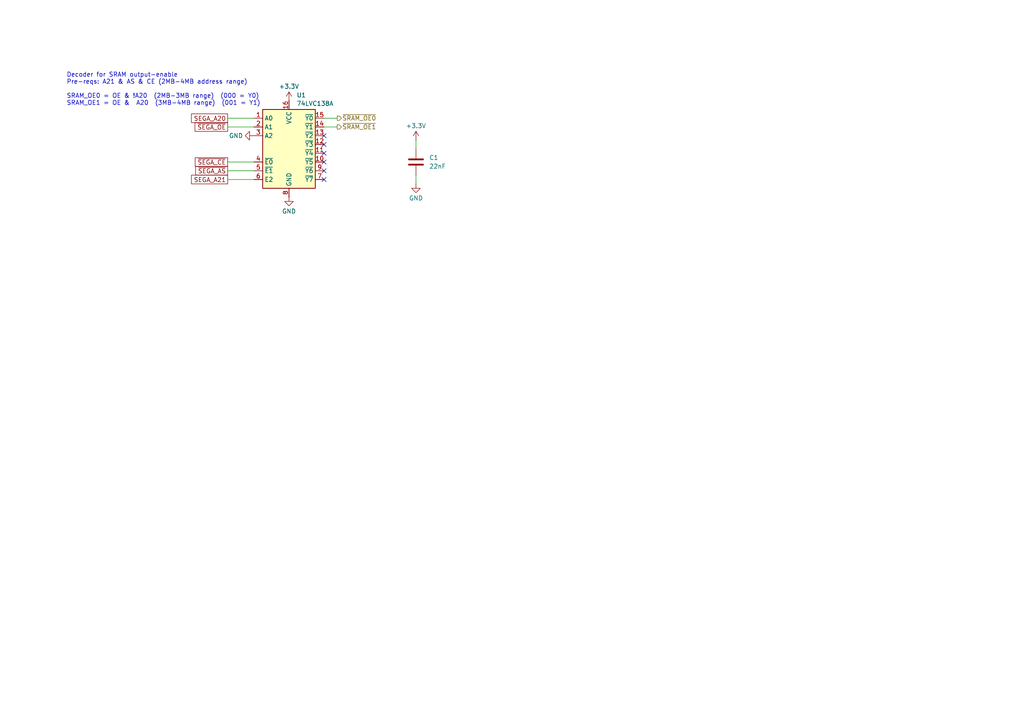
<source format=kicad_sch>
(kicad_sch (version 20250114) (generator "eeschema") (generator_version "9.0")
  (paper "A4")
  (title_block (title "Kinetoscope SRAM Bank Common Address Decoder"))
  (lib_symbols
    (symbol "74xx:74HC138"
      (property "Reference" "U" (at -7.62 13.97 0))
      (property "Value" "74HC138" (at 2.54 -11.43 0))
      (symbol "74HC138_0_1"
        (rectangle (start -7.62 12.7) (end 7.62 -10.16) (stroke (width 0.254)) (fill (type background)))
      )
      (symbol "74HC138_1_1"
        (pin input line (at -10.16 10.16 0) (length 2.54) (name "A0") (number "1"))
        (pin input line (at -10.16 7.62 0) (length 2.54) (name "A1") (number "2"))
        (pin input line (at -10.16 5.08 0) (length 2.54) (name "A2") (number "3"))
        (pin input line (at -10.16 -2.54 0) (length 2.54) (name "~{E0}") (number "4"))
        (pin input line (at -10.16 -5.08 0) (length 2.54) (name "~{E1}") (number "5"))
        (pin input line (at -10.16 -7.62 0) (length 2.54) (name "E2") (number "6"))
        (pin power_in line (at 0 15.24 270) (length 2.54) (name "VCC") (number "16"))
        (pin power_in line (at 0 -12.7 90) (length 2.54) (name "GND") (number "8"))
        (pin output line (at 10.16 10.16 180) (length 2.54) (name "~{Y0}") (number "15"))
        (pin output line (at 10.16 7.62 180) (length 2.54) (name "~{Y1}") (number "14"))
        (pin output line (at 10.16 5.08 180) (length 2.54) (name "~{Y2}") (number "13"))
        (pin output line (at 10.16 2.54 180) (length 2.54) (name "~{Y3}") (number "12"))
        (pin output line (at 10.16 0 180) (length 2.54) (name "~{Y4}") (number "11"))
        (pin output line (at 10.16 -2.54 180) (length 2.54) (name "~{Y5}") (number "10"))
        (pin output line (at 10.16 -5.08 180) (length 2.54) (name "~{Y6}") (number "9"))
        (pin output line (at 10.16 -7.62 180) (length 2.54) (name "~{Y7}") (number "7"))
      )
    )
    (symbol "Device:C" (pin_numbers (hide yes)) (pin_names (offset 0.254))
      (property "Reference" "C" (at 0.635 2.54 0))
      (property "Value" "C" (at 0.635 -2.54 0))
      (symbol "C_0_1"
        (polyline (pts (xy -2.032 0.762) (xy 2.032 0.762)) (stroke (width 0.508)))
        (polyline (pts (xy -2.032 -0.762) (xy 2.032 -0.762)) (stroke (width 0.508)))
      )
      (symbol "C_1_1"
        (pin passive line (at 0 3.81 270) (length 2.794) (name "~") (number "1"))
        (pin passive line (at 0 -3.81 90) (length 2.794) (name "~") (number "2"))
      )
    )
    (symbol "power:+3.3V" (power) (pin_numbers (hide yes)) (pin_names (offset 0) (hide yes))
      (property "Value" "+3.3V" (at 0 3.556 0))
      (symbol "+3.3V_0_1"
        (polyline (pts (xy -0.762 1.27) (xy 0 2.54)))
        (polyline (pts (xy 0 2.54) (xy 0.762 1.27)))
        (polyline (pts (xy 0 0) (xy 0 2.54)))
      )
      (symbol "+3.3V_1_1"
        (pin power_in line (at 0 0 90) (length 0) (name "~") (number "1"))
      )
    )
    (symbol "power:GND" (power) (pin_numbers (hide yes)) (pin_names (offset 0) (hide yes))
      (property "Value" "GND" (at 0 -3.81 0))
      (symbol "GND_0_1"
        (polyline (pts (xy 0 0) (xy 0 -1.27) (xy 1.27 -1.27) (xy 0 -2.54) (xy -1.27 -1.27) (xy 0 -1.27)))
      )
      (symbol "GND_1_1"
        (pin power_in line (at 0 0 270) (length 0) (name "~") (number "1"))
      )
    )
  )
  (text "Decoder for SRAM output-enable\nPre-reqs: A21 & AS & CE (2MB-4MB address range)\n\nSRAM_OE0 = OE & !A20  (2MB-3MB range)  (000 = Y0)\nSRAM_OE1 = OE &  A20  (3MB-4MB range)  (001 = Y1)" (at 19.304 25.908 0) (effects (font (size 1.27 1.27)) (justify left)))
  (no_connect (at 93.98 41.91))
  (no_connect (at 93.98 39.37))
  (no_connect (at 93.98 46.99))
  (no_connect (at 93.98 49.53))
  (no_connect (at 93.98 52.07))
  (no_connect (at 93.98 44.45))
  (wire (pts (xy 66.04 34.29) (xy 73.66 34.29)))
  (wire (pts (xy 66.04 36.83) (xy 73.66 36.83)))
  (wire (pts (xy 66.04 46.99) (xy 73.66 46.99)))
  (wire (pts (xy 120.65 40.64) (xy 120.65 43.18)))
  (wire (pts (xy 66.04 49.53) (xy 73.66 49.53)))
  (wire (pts (xy 66.04 52.07) (xy 73.66 52.07)))
  (wire (pts (xy 120.65 50.8) (xy 120.65 53.34)))
  (wire (pts (xy 93.98 34.29) (xy 97.79 34.29)))
  (wire (pts (xy 93.98 36.83) (xy 97.79 36.83)))
  (global_label "SEGA_A20" (shape passive) (at 66.04 34.29 180) (property "Intersheetrefs" "${INTERSHEET_REFS}" (effects (hide yes))))
  (global_label "~{SEGA_OE}" (shape passive) (at 66.04 36.83 180) (property "Intersheetrefs" "${INTERSHEET_REFS}" (effects (hide yes))))
  (global_label "~{SEGA_AS}" (shape passive) (at 66.04 49.53 180) (property "Intersheetrefs" "${INTERSHEET_REFS}" (effects (hide yes))))
  (global_label "~{SEGA_CE}" (shape passive) (at 66.04 46.99 180) (property "Intersheetrefs" "${INTERSHEET_REFS}" (effects (hide yes))))
  (global_label "SEGA_A21" (shape passive) (at 66.04 52.07 180) (property "Intersheetrefs" "${INTERSHEET_REFS}" (effects (hide yes))))
  (hierarchical_label "~{SRAM_OE0}" (shape output) (at 97.79 34.29 0))
  (hierarchical_label "~{SRAM_OE1}" (shape output) (at 97.79 36.83 0))
  (symbol (lib_id "power:GND") (at 83.82 57.15 0) (unit 1)
    (property "Reference" "#PWR0403" (effects (hide yes)))
    (property "Value" "GND" (at 83.82 61.2831 0))
    (property "Description" "Power symbol creates a global label with name \"GND\" , ground" (effects (hide yes)))
    (instances (project "sram-bank" (path "" (reference "#PWR016") (unit 1))) (project "unified" (path "" (reference "#PWR0403") (unit 1))))
  )
  (symbol (lib_id "power:GND") (at 73.66 39.37 270) (unit 1)
    (property "Reference" "#PWR0401" (effects (hide yes)))
    (property "Value" "GND" (at 70.4851 39.37 90) (effects (justify right)))
    (property "Description" "Power symbol creates a global label with name \"GND\" , ground" (effects (hide yes)))
    (instances (project "sram-bank" (path "" (reference "#PWR014") (unit 1))) (project "unified" (path "" (reference "#PWR0401") (unit 1))))
  )
  (symbol (lib_id "power:GND") (at 120.65 53.34 0) (unit 1)
    (property "Reference" "#PWR0405" (effects (hide yes)))
    (property "Value" "GND" (at 120.65 57.4731 0))
    (property "Description" "Power symbol creates a global label with name \"GND\" , ground" (effects (hide yes)))
    (instances (project "sram-bank" (path "" (reference "#PWR018") (unit 1))) (project "unified" (path "" (reference "#PWR0405") (unit 1))))
  )
  (symbol (lib_id "power:+3.3V") (at 120.65 40.64 0) (unit 1)
    (property "Reference" "#PWR0404" (effects (hide yes)))
    (property "Value" "+3.3V" (at 120.65 36.5069 0))
    (property "Description" "Power symbol creates a global label with name \"+3.3V\"" (effects (hide yes)))
    (instances (project "sram-bank" (path "" (reference "#PWR017") (unit 1))) (project "unified" (path "" (reference "#PWR0404") (unit 1))))
  )
  (symbol (lib_id "power:+3.3V") (at 83.82 29.21 0) (unit 1)
    (property "Reference" "#PWR0402" (effects (hide yes)))
    (property "Value" "+3.3V" (at 83.82 25.0769 0))
    (property "Description" "Power symbol creates a global label with name \"+3.3V\"" (effects (hide yes)))
    (instances (project "sram-bank" (path "" (reference "#PWR015") (unit 1))) (project "unified" (path "" (reference "#PWR0402") (unit 1))))
  )
  (symbol (lib_id "Device:C") (at 120.65 46.99 0) (unit 1)
    (property "Reference" "C401" (at 124.46 45.7199 0) (effects (justify left)))
    (property "Value" "22nF" (at 124.46 48.2599 0) (effects (justify left)))
    (property "Footprint" "Capacitor_SMD:C_0603_1608Metric" (effects (hide yes)))
    (property "Datasheet" "https://www.mouser.com/datasheet/2/447/KEM_C1002_X7R_SMD-3316098.pdf" (effects (hide yes)))
    (property "Description" "Unpolarized capacitor" (effects (hide yes)))
    (property "JLCPCB Part Number" "CL10B223KB8NNNC" (effects (hide yes)))
    (property "Mouser Part Number" "80-C0603C223K4R" (effects (hide yes)))
    (property "Part Number" "C0603C223K4RACTU" (effects (hide yes)))
    (instances (project "sram-bank" (path "" (reference "C1") (unit 1))) (project "unified" (path "" (reference "C401") (unit 1))))
  )
  (symbol (lib_id "74xx:74HC138") (at 83.82 44.45 0) (unit 1)
    (property "Reference" "U401" (at 86.0141 27.6055 0) (effects (justify left)))
    (property "Value" "74LVC138A" (at 86.0141 30.0298 0) (effects (justify left)))
    (property "Footprint" "Package_SO:TSSOP-16_4.4x5mm_P0.65mm" (effects (hide yes)))
    (property "Datasheet" "https://www.mouser.com/datasheet/2/916/74LVC138A-2937328.pdf" (effects (hide yes)))
    (property "Description" "3-to-8 line decoder/multiplexer inverting, DIP-16/SOIC-16/SSOP-16" (effects (hide yes)))
    (property "JLCPCB Part Number" "C6062" (effects (hide yes)))
    (property "Mouser Part Number" "771-74LVC138APW-T" (effects (hide yes)))
    (property "Part Number" "74LVC138APW,118" (effects (hide yes)))
    (instances (project "sram-bank" (path "" (reference "U1") (unit 1))) (project "unified" (path "" (reference "U401") (unit 1))))
  )
)
</source>
